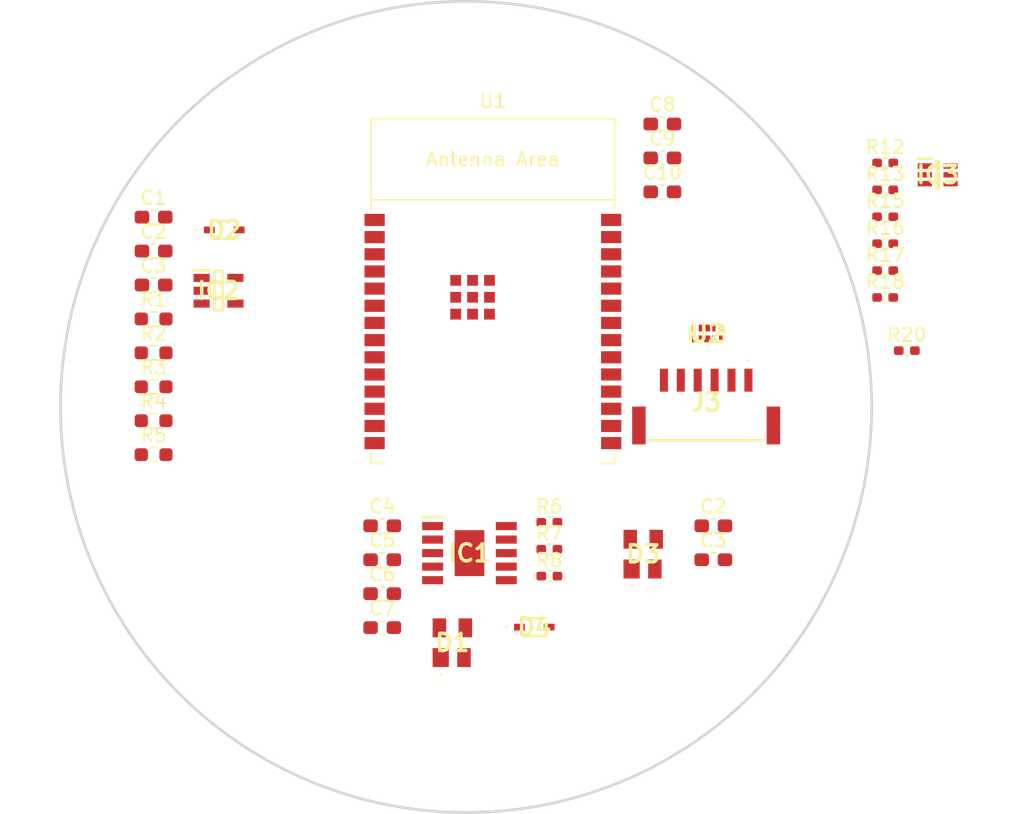
<source format=kicad_pcb>
(kicad_pcb (version 20241229) (generator "pcbnew") (generator_version "9.0")
  (layers (0 "F.Cu" signal) (4 "In1.Cu" signal) (6 "In2.Cu" signal) (2 "B.Cu" signal) (13 "F.Paste" user) (15 "B.Paste" user) (5 "F.SilkS" user "F.Silkscreen") (7 "B.SilkS" user "B.Silkscreen") (1 "F.Mask" user) (3 "B.Mask" user) (25 "Edge.Cuts" user))
  (net 0 "")
  (net 1 "GNDA")
  (net 2 "Net-(C1-Pad1)")
  (net 3 "+3V3")
  (net 4 "Net-(D2-K)")
  (net 5 "Net-(IC2-IN-)")
  (net 6 "Net-(IC2-IN+)")
  (net 7 "/0-10V Driver/VCC")
  (net 8 "GND")
  (net 9 "GNDA_2")
  (net 10 "Net-(D1-I{slash}O_1)")
  (net 11 "Net-(IC1-V5V)")
  (net 12 "/MCU/CHIP_PU")
  (net 17 "Net-(IC1-A2)")
  (net 19 "Net-(IC1-VOUT0)")
  (net 20 "Net-(IC1-A0)")
  (net 21 "Net-(IC1-A1)")
  (net 22 "/0-10V Driver/SDA")
  (net 25 "/MCU/GPIO3")
  (net 26 "/MCU/GPIO10")
  (net 27 "/MCU/GPIO9")
  (net 28 "/MCU/GPIO19")
  (net 29 "/MCU/GPIO20")
  (net 30 "/MCU/GPIO13")
  (net 31 "/MCU/GPIO5")
  (net 32 "/MCU/UART_RXD")
  (net 33 "/MCU/GPIO4")
  (net 34 "/MCU/GPIO8")
  (net 35 "/MCU/GPIO22")
  (net 36 "/MCU/GPIO11")
  (net 37 "/MCU/GPIO15")
  (net 38 "/MCU/GPIO23")
  (net 39 "/MCU/GPIO12")
  (net 40 "/MCU/UART_TXD")
  (net 41 "/MCU/GPIO0")
  (net 42 "/MCU/GPIO2")
  (net 43 "/MCU/GPIO18")
  (net 44 "/MCU/GPIO1")
  (net 45 "/MCU/GPIO21")
  (net 46 "Net-(IC3-B1)")
  (net 47 "/MCU/RTS")
  (net 48 "/MCU/DTR")
  (net 49 "Net-(IC3-B2)")
  (net 50 "Net-(U2-N{slash}C_3)")
  (net 51 "Net-(U2-N{slash}C_2)")
  (net 52 "Net-(U2-N{slash}C_1)")
  (net 53 "Net-(U2-N{slash}C_4)")
  (net 54 "Net-(U2-I{slash}O_4)")
  (net 55 "Net-(U2-I{slash}O_3)")
  (net 56 "Net-(U2-I{slash}O_2)")
  (net 57 "Net-(U2-I{slash}O_1)")
  (net 58 "/0-10V Driver/SCL")
  (footprint "Capacitor_SMD:C_0603_1608Metric_Pad1.08x0.95mm_HandSolder" (layer "F.Cu") (at 129.0287 89.1748)
    (property "Reference" "C6" (at 0 -1.43 0) (layer "F.SilkS"))
    (property "Value" "1uF 50V X7R ±10% 0603")
    (fp_line (start -0.146267 -0.51) (end 0.146267 -0.51) (stroke (width 0.12)) (layer "F.SilkS"))
    (fp_line (start -0.146267 0.51) (end 0.146267 0.51) (stroke (width 0.12)) (layer "F.SilkS"))
    (pad "1" smd roundrect (at -0.8625 0) (size 1.075 0.95) (layers "F.Cu" "F.Mask" "F.Paste") (net 11 "Net-(IC1-V5V)"))
    (pad "2" smd roundrect (at 0.8625 0) (size 1.075 0.95) (layers "F.Cu" "F.Mask" "F.Paste") (net 8 "GND"))
  )
  (footprint "Resistor_SMD:R_0402_1005Metric_Pad0.72x0.64mm_HandSolder" (layer "F.Cu") (at 141.3887 83.8948)
    (property "Reference" "R6" (at 0 -1.17 0) (layer "F.SilkS"))
    (property "Value" "0R 5% 0402 1/16W")
    (fp_line (start -0.167621 -0.38) (end 0.167621 -0.38) (stroke (width 0.12)) (layer "F.SilkS"))
    (fp_line (start -0.167621 0.38) (end 0.167621 0.38) (stroke (width 0.12)) (layer "F.SilkS"))
    (pad "1" smd roundrect (at -0.5975 0) (size 0.715 0.64) (layers "F.Cu" "F.Mask" "F.Paste") (net 8 "GND"))
    (pad "2" smd roundrect (at 0.5975 0) (size 0.715 0.64) (layers "F.Cu" "F.Mask" "F.Paste") (net 20 "Net-(IC1-A0)"))
  )
  (footprint "Capacitor_SMD:C_0603_1608Metric_Pad1.08x0.95mm_HandSolder" (layer "F.Cu") (at 153.5187 86.6648)
    (property "Reference" "C3" (at 0 -1.43 0) (layer "F.SilkS"))
    (property "Value" "1uF 50V X7R ±10% 0603")
    (fp_line (start -0.146267 -0.51) (end 0.146267 -0.51) (stroke (width 0.12)) (layer "F.SilkS"))
    (fp_line (start -0.146267 0.51) (end 0.146267 0.51) (stroke (width 0.12)) (layer "F.SilkS"))
    (pad "1" smd roundrect (at -0.8625 0) (size 1.075 0.95) (layers "F.Cu" "F.Mask" "F.Paste") (net 1 "GNDA"))
    (pad "2" smd roundrect (at 0.8625 0) (size 1.075 0.95) (layers "F.Cu" "F.Mask" "F.Paste") (net 3 "+3V3"))
  )
  (footprint "Resistor_SMD:R_0402_1005Metric_Pad0.72x0.64mm_HandSolder" (layer "F.Cu") (at 167.8299 71.1962)
    (property "Reference" "R20" (at 0 -1.17 0) (layer "F.SilkS"))
    (property "Value" "100R 1% 0402 1/16W")
    (fp_line (start -0.167621 -0.38) (end 0.167621 -0.38) (stroke (width 0.12)) (layer "F.SilkS"))
    (fp_line (start -0.167621 0.38) (end 0.167621 0.38) (stroke (width 0.12)) (layer "F.SilkS"))
    (pad "1" smd roundrect (at -0.5975 0) (size 0.715 0.64) (layers "F.Cu" "F.Mask" "F.Paste"))
    (pad "2" smd roundrect (at 0.5975 0) (size 0.715 0.64) (layers "F.Cu" "F.Mask" "F.Paste"))
  )
  (footprint "Capacitor_SMD:C_0603_1608Metric_Pad1.08x0.95mm_HandSolder" (layer "F.Cu") (at 149.7487 59.4548)
    (property "Reference" "C10" (at 0 -1.43 0) (layer "F.SilkS"))
    (property "Value" "1uF 50V X7R ±10% 0603")
    (fp_line (start -0.146267 -0.51) (end 0.146267 -0.51) (stroke (width 0.12)) (layer "F.SilkS"))
    (fp_line (start -0.146267 0.51) (end 0.146267 0.51) (stroke (width 0.12)) (layer "F.SilkS"))
    (pad "1" smd roundrect (at -0.8625 0) (size 1.075 0.95) (layers "F.Cu" "F.Mask" "F.Paste") (net 8 "GND"))
    (pad "2" smd roundrect (at 0.8625 0) (size 1.075 0.95) (layers "F.Cu" "F.Mask" "F.Paste") (net 12 "/MCU/CHIP_PU"))
  )
  (footprint "Resistor_SMD:R_0402_1005Metric_Pad0.72x0.64mm_HandSolder" (layer "F.Cu") (at 166.2284 67.2654)
    (property "Reference" "R18" (at 0 -1.17 0) (layer "F.SilkS"))
    (property "Value" "100R 1% 0402 1/16W")
    (fp_line (start -0.167621 -0.38) (end 0.167621 -0.38) (stroke (width 0.12)) (layer "F.SilkS"))
    (fp_line (start -0.167621 0.38) (end 0.167621 0.38) (stroke (width 0.12)) (layer "F.SilkS"))
    (pad "1" smd roundrect (at -0.5975 0) (size 0.715 0.64) (layers "F.Cu" "F.Mask" "F.Paste") (net 40 "/MCU/UART_TXD"))
    (pad "2" smd roundrect (at 0.5975 0) (size 0.715 0.64) (layers "F.Cu" "F.Mask" "F.Paste") (net 57 "Net-(U2-I{slash}O_1)"))
  )
  (footprint "Capacitor_SMD:C_0603_1608Metric_Pad1.08x0.95mm_HandSolder" (layer "F.Cu") (at 112.1175 66.3424)
    (property "Reference" "C3" (at 0 -1.43 0) (layer "F.SilkS"))
    (property "Value" "16V 1uF X7R ±5% 0603")
    (fp_line (start -0.146267 -0.51) (end 0.146267 -0.51) (stroke (width 0.12)) (layer "F.SilkS"))
    (fp_line (start -0.146267 0.51) (end 0.146267 0.51) (stroke (width 0.12)) (layer "F.SilkS"))
    (pad "1" smd roundrect (at -0.8625 0) (size 1.075 0.95) (layers "F.Cu" "F.Mask" "F.Paste") (net 3 "+3V3"))
    (pad "2" smd roundrect (at 0.8625 0) (size 1.075 0.95) (layers "F.Cu" "F.Mask" "F.Paste") (net 1 "GNDA"))
  )
  (footprint "Capacitor_SMD:C_0603_1608Metric_Pad1.08x0.95mm_HandSolder" (layer "F.Cu") (at 112.1175 61.3224)
    (property "Reference" "C1" (at 0 -1.43 0) (layer "F.SilkS"))
    (property "Value" "X7R 10 nF, 0603, 50 V, ±5%")
    (fp_line (start -0.146267 -0.51) (end 0.146267 -0.51) (stroke (width 0.12)) (layer "F.SilkS"))
    (fp_line (start -0.146267 0.51) (end 0.146267 0.51) (stroke (width 0.12)) (layer "F.SilkS"))
    (pad "1" smd roundrect (at -0.8625 0) (size 1.075 0.95) (layers "F.Cu" "F.Mask" "F.Paste") (net 2 "Net-(C1-Pad1)"))
    (pad "2" smd roundrect (at 0.8625 0) (size 1.075 0.95) (layers "F.Cu" "F.Mask" "F.Paste") (net 1 "GNDA"))
  )
  (footprint "Resistor_SMD:R_0402_1005Metric_Pad0.72x0.64mm_HandSolder" (layer "F.Cu") (at 166.2284 63.2854)
    (property "Reference" "R16" (at 0 -1.17 0) (layer "F.SilkS"))
    (property "Value" "100R 1% 0402 1/16W")
    (fp_line (start -0.167621 -0.38) (end 0.167621 -0.38) (stroke (width 0.12)) (layer "F.SilkS"))
    (fp_line (start -0.167621 0.38) (end 0.167621 0.38) (stroke (width 0.12)) (layer "F.SilkS"))
    (pad "1" smd roundrect (at -0.5975 0) (size 0.715 0.64) (layers "F.Cu" "F.Mask" "F.Paste") (net 48 "/MCU/DTR"))
    (pad "2" smd roundrect (at 0.5975 0) (size 0.715 0.64) (layers "F.Cu" "F.Mask" "F.Paste") (net 55 "Net-(U2-I{slash}O_3)"))
  )
  (footprint "Capacitor_SMD:C_0603_1608Metric_Pad1.08x0.95mm_HandSolder" (layer "F.Cu") (at 153.5187 84.1548)
    (property "Reference" "C2" (at 0 -1.43 0) (layer "F.SilkS"))
    (property "Value" "100nF 50V X7R ±5% 0603")
    (fp_line (start -0.146267 -0.51) (end 0.146267 -0.51) (stroke (width 0.12)) (layer "F.SilkS"))
    (fp_line (start -0.146267 0.51) (end 0.146267 0.51) (stroke (width 0.12)) (layer "F.SilkS"))
    (pad "1" smd roundrect (at -0.8625 0) (size 1.075 0.95) (layers "F.Cu" "F.Mask" "F.Paste") (net 3 "+3V3"))
    (pad "2" smd roundrect (at 0.8625 0) (size 1.075 0.95) (layers "F.Cu" "F.Mask" "F.Paste") (net 1 "GNDA"))
  )
  (footprint "SamacSys_Parts:SOT95P280X145-5N" (layer "F.Cu") (at 116.9175 66.7674)
    (property "Reference" "IC2" (at 0 0 0) (layer "F.SilkS") (effects (font (size 1.27 1.27) (thickness 0.254))))
    (property "Value" "TLV9061IDBVR" (hide yes))
    (fp_line (start -1.85 -1.5) (end -0.65 -1.5) (stroke (width 0.2)) (layer "F.SilkS"))
    (fp_line (start -0.3 -1.45) (end 0.3 -1.45) (stroke (width 0.2)) (layer "F.SilkS"))
    (fp_line (start -0.3 1.45) (end -0.3 -1.45) (stroke (width 0.2)) (layer "F.SilkS"))
    (fp_line (start 0.3 -1.45) (end 0.3 1.45) (stroke (width 0.2)) (layer "F.SilkS"))
    (fp_line (start 0.3 1.45) (end -0.3 1.45) (stroke (width 0.2)) (layer "F.SilkS"))
    (pad "1" smd rect (at -1.25 -0.95 90) (size 0.6 1.2) (layers "F.Cu" "F.Mask" "F.Paste") (net 5 "Net-(IC2-IN-)"))
    (pad "2" smd rect (at -1.25 0 90) (size 0.6 1.2) (layers "F.Cu" "F.Mask" "F.Paste") (net 1 "GNDA"))
    (pad "3" smd rect (at -1.25 0.95 90) (size 0.6 1.2) (layers "F.Cu" "F.Mask" "F.Paste") (net 6 "Net-(IC2-IN+)"))
    (pad "4" smd rect (at 1.25 0.95 90) (size 0.6 1.2) (layers "F.Cu" "F.Mask" "F.Paste") (net 5 "Net-(IC2-IN-)"))
    (pad "5" smd rect (at 1.25 -0.95 90) (size 0.6 1.2) (layers "F.Cu" "F.Mask" "F.Paste") (net 3 "+3V3"))
  )
  (footprint "Capacitor_SMD:C_0603_1608Metric_Pad1.08x0.95mm_HandSolder" (layer "F.Cu") (at 149.7487 56.9448)
    (property "Reference" "C9" (at 0 -1.43 0) (layer "F.SilkS"))
    (property "Value" "100nF 50V X7R ±5% 0603")
    (fp_line (start -0.146267 -0.51) (end 0.146267 -0.51) (stroke (width 0.12)) (layer "F.SilkS"))
    (fp_line (start -0.146267 0.51) (end 0.146267 0.51) (stroke (width 0.12)) (layer "F.SilkS"))
    (pad "1" smd roundrect (at -0.8625 0) (size 1.075 0.95) (layers "F.Cu" "F.Mask" "F.Paste") (net 3 "+3V3"))
    (pad "2" smd roundrect (at 0.8625 0) (size 1.075 0.95) (layers "F.Cu" "F.Mask" "F.Paste") (net 8 "GND"))
  )
  (footprint "SamacSys_Parts:UDFN10_CASE_517BB" (layer "F.Cu") (at 153.0604 69.9262 180)
    (property "Reference" "U2" (at 0 0 180) (layer "F.SilkS") (effects (font (size 1.27 1.27) (thickness 0.254))))
    (property "Value" "ESD7004MUTAG" (hide yes))
    (fp_line (start 1.25 -0.5) (end 1.25 0.5) (stroke (width 0.2)) (layer "F.SilkS"))
    (fp_line (start -1.25 -0.5) (end -1.25 0.5) (stroke (width 0.2)) (layer "F.SilkS"))
    (pad "1" smd rect (at -1 0.4 180) (size 0.25 0.5) (layers "F.Cu" "F.Mask" "F.Paste") (net 57 "Net-(U2-I{slash}O_1)"))
    (pad "2" smd rect (at -0.5 0.4 180) (size 0.25 0.5) (layers "F.Cu" "F.Mask" "F.Paste") (net 56 "Net-(U2-I{slash}O_2)"))
    (pad "3" smd rect (at 0 0.4 180) (size 0.45 0.5) (layers "F.Cu" "F.Mask" "F.Paste") (net 8 "GND"))
    (pad "4" smd rect (at 0.5 0.4 180) (size 0.25 0.5) (layers "F.Cu" "F.Mask" "F.Paste") (net 55 "Net-(U2-I{slash}O_3)"))
    (pad "5" smd rect (at 1 0.4 180) (size 0.25 0.5) (layers "F.Cu" "F.Mask" "F.Paste") (net 54 "Net-(U2-I{slash}O_4)"))
    (pad "6" smd rect (at 1 -0.4 180) (size 0.25 0.5) (layers "F.Cu" "F.Mask" "F.Paste") (net 52 "Net-(U2-N{slash}C_1)"))
    (pad "7" smd rect (at 0.5 -0.4 180) (size 0.25 0.5) (layers "F.Cu" "F.Mask" "F.Paste") (net 51 "Net-(U2-N{slash}C_2)"))
    (pad "8" smd rect (at 0 -0.4 180) (size 0.45 0.5) (layers "F.Cu" "F.Mask" "F.Paste") (net 8 "GND"))
    (pad "9" smd rect (at -0.5 -0.4 180) (size 0.25 0.5) (layers "F.Cu" "F.Mask" "F.Paste") (net 50 "Net-(U2-N{slash}C_3)"))
    (pad "10" smd rect (at -1 -0.4 180) (size 0.25 0.5) (layers "F.Cu" "F.Mask" "F.Paste") (net 53 "Net-(U2-N{slash}C_4)"))
  )
  (footprint "SamacSys_Parts:SOT65P210X110-6N" (layer "F.Cu") (at 170.1134 58.1954)
    (property "Reference" "IC3" (at 0 0 0) (layer "F.SilkS") (effects (font (size 1.27 1.27) (thickness 0.254))))
    (property "Value" "BC847BDW1T1G" (hide yes))
    (fp_line (start -1.475 -1.2) (end -0.425 -1.2) (stroke (width 0.2)) (layer "F.SilkS"))
    (fp_line (start -0.075 -1) (end 0.075 -1) (stroke (width 0.2)) (layer "F.SilkS"))
    (fp_line (start -0.075 1) (end -0.075 -1) (stroke (width 0.2)) (layer "F.SilkS"))
    (fp_line (start 0.075 -1) (end 0.075 1) (stroke (width 0.2)) (layer "F.SilkS"))
    (fp_line (start 0.075 1) (end -0.075 1) (stroke (width 0.2)) (layer "F.SilkS"))
    (pad "1" smd rect (at -0.95 -0.65 90) (size 0.4 1.05) (layers "F.Cu" "F.Mask" "F.Paste") (net 48 "/MCU/DTR"))
    (pad "2" smd rect (at -0.95 0 90) (size 0.4 1.05) (layers "F.Cu" "F.Mask" "F.Paste") (net 49 "Net-(IC3-B2)"))
    (pad "3" smd rect (at -0.95 0.65 90) (size 0.4 1.05) (layers "F.Cu" "F.Mask" "F.Paste") (net 12 "/MCU/CHIP_PU"))
    (pad "4" smd rect (at 0.95 0.65 90) (size 0.4 1.05) (layers "F.Cu" "F.Mask" "F.Paste") (net 47 "/MCU/RTS"))
    (pad "5" smd rect (at 0.95 0 90) (size 0.4 1.05) (layers "F.Cu" "F.Mask" "F.Paste") (net 46 "Net-(IC3-B1)"))
    (pad "6" smd rect (at 0.95 -0.65 90) (size 0.4 1.05) (layers "F.Cu" "F.Mask" "F.Paste") (net 27 "/MCU/GPIO9"))
  )
  (footprint "SamacSys_Parts:BM06BGHSTBTLFSN" (layer "F.Cu") (at 152.9876 75.6084)
    (property "Reference" "J3" (at 0 -0.587 0) (layer "F.SilkS") (effects (font (size 1.27 1.27) (thickness 0.254))))
    (property "Value" "BM06B-GHS-TBT_LF__SN_" (hide yes))
    (fp_line (start -4.2 2.225) (end 4.2 2.225) (stroke (width 0.2)) (layer "F.SilkS"))
    (fp_line (start 3.125 -3.7) (end 3.125 -3.7) (stroke (width 0.1)) (layer "F.SilkS"))
    (fp_line (start 3.125 -3.6) (end 3.125 -3.6) (stroke (width 0.1)) (layer "F.SilkS"))
    (fp_arc (start 3.125 -3.7) (mid 3.175 -3.65) (end 3.125 -3.6) (stroke (width 0.1)) (layer "F.SilkS"))
    (fp_arc (start 3.125 -3.6) (mid 3.075 -3.65) (end 3.125 -3.7) (stroke (width 0.1)) (layer "F.SilkS"))
    (pad "1" smd rect (at 3.125 -2.225) (size 0.6 1.7) (layers "F.Cu" "F.Mask" "F.Paste") (net 8 "GND"))
    (pad "2" smd rect (at 1.875 -2.225) (size 0.6 1.7) (layers "F.Cu" "F.Mask" "F.Paste") (net 53 "Net-(U2-N{slash}C_4)"))
    (pad "3" smd rect (at 0.625 -2.225) (size 0.6 1.7) (layers "F.Cu" "F.Mask" "F.Paste") (net 50 "Net-(U2-N{slash}C_3)"))
    (pad "4" smd rect (at -0.625 -2.225) (size 0.6 1.7) (layers "F.Cu" "F.Mask" "F.Paste") (net 51 "Net-(U2-N{slash}C_2)"))
    (pad "5" smd rect (at -1.875 -2.225) (size 0.6 1.7) (layers "F.Cu" "F.Mask" "F.Paste") (net 52 "Net-(U2-N{slash}C_1)"))
    (pad "6" smd rect (at -3.125 -2.225) (size 0.6 1.7) (layers "F.Cu" "F.Mask" "F.Paste"))
    (pad "MP1" smd rect (at 4.975 1.125) (size 1 2.8) (layers "F.Cu" "F.Mask" "F.Paste") (net 8 "GND"))
    (pad "MP2" smd rect (at -4.975 1.125) (size 1 2.8) (layers "F.Cu" "F.Mask" "F.Paste") (net 8 "GND"))
  )
  (footprint "Capacitor_SMD:C_0603_1608Metric_Pad1.08x0.95mm_HandSolder" (layer "F.Cu") (at 129.0287 91.6848)
    (property "Reference" "C7" (at 0 -1.43 0) (layer "F.SilkS"))
    (property "Value" "100nF 50V X7R ±5% 0603")
    (fp_line (start -0.146267 -0.51) (end 0.146267 -0.51) (stroke (width 0.12)) (layer "F.SilkS"))
    (fp_line (start -0.146267 0.51) (end 0.146267 0.51) (stroke (width 0.12)) (layer "F.SilkS"))
    (pad "1" smd roundrect (at -0.8625 0) (size 1.075 0.95) (layers "F.Cu" "F.Mask" "F.Paste") (net 7 "/0-10V Driver/VCC"))
    (pad "2" smd roundrect (at 0.8625 0) (size 1.075 0.95) (layers "F.Cu" "F.Mask" "F.Paste") (net 8 "GND"))
  )
  (footprint "Resistor_SMD:R_0402_1005Metric_Pad0.72x0.64mm_HandSolder" (layer "F.Cu") (at 166.2284 57.3154)
    (property "Reference" "R12" (at 0 -1.17 0) (layer "F.SilkS"))
    (property "Value" "10K 1% 0402 1/16W")
    (fp_line (start -0.167621 -0.38) (end 0.167621 -0.38) (stroke (width 0.12)) (layer "F.SilkS"))
    (fp_line (start -0.167621 0.38) (end 0.167621 0.38) (stroke (width 0.12)) (layer "F.SilkS"))
    (pad "1" smd roundrect (at -0.5975 0) (size 0.715 0.64) (layers "F.Cu" "F.Mask" "F.Paste") (net 49 "Net-(IC3-B2)"))
    (pad "2" smd roundrect (at 0.5975 0) (size 0.715 0.64) (layers "F.Cu" "F.Mask" "F.Paste") (net 47 "/MCU/RTS"))
  )
  (footprint "Resistor_SMD:R_0402_1005Metric_Pad0.72x0.64mm_HandSolder" (layer "F.Cu") (at 141.3887 85.8848)
    (property "Reference" "R7" (at 0 -1.17 0) (layer "F.SilkS"))
    (property "Value" "0R 5% 0402 1/16W")
    (fp_line (start -0.167621 -0.38) (end 0.167621 -0.38) (stroke (width 0.12)) (layer "F.SilkS"))
    (fp_line (start -0.167621 0.38) (end 0.167621 0.38) (stroke (width 0.12)) (layer "F.SilkS"))
    (pad "1" smd roundrect (at -0.5975 0) (size 0.715 0.64) (layers "F.Cu" "F.Mask" "F.Paste") (net 8 "GND"))
    (pad "2" smd roundrect (at 0.5975 0) (size 0.715 0.64) (layers "F.Cu" "F.Mask" "F.Paste") (net 21 "Net-(IC1-A1)"))
  )
  (footprint "Capacitor_SMD:C_0603_1608Metric_Pad1.08x0.95mm_HandSolder" (layer "F.Cu") (at 129.0287 84.1548)
    (property "Reference" "C4" (at 0 -1.43 0) (layer "F.SilkS"))
    (property "Value" "1uF 50V X7R ±10% 0603")
    (fp_line (start -0.146267 -0.51) (end 0.146267 -0.51) (stroke (width 0.12)) (layer "F.SilkS"))
    (fp_line (start -0.146267 0.51) (end 0.146267 0.51) (stroke (width 0.12)) (layer "F.SilkS"))
    (pad "1" smd roundrect (at -0.8625 0) (size 1.075 0.95) (layers "F.Cu" "F.Mask" "F.Paste") (net 8 "GND"))
    (pad "2" smd roundrect (at 0.8625 0) (size 1.075 0.95) (layers "F.Cu" "F.Mask" "F.Paste") (net 7 "/0-10V Driver/VCC"))
  )
  (footprint "Resistor_SMD:R_0402_1005Metric_Pad0.72x0.64mm_HandSolder" (layer "F.Cu") (at 166.2284 59.3054)
    (property "Reference" "R13" (at 0 -1.17 0) (layer "F.SilkS"))
    (property "Value" "10K 1% 0402 1/16W")
    (fp_line (start -0.167621 -0.38) (end 0.167621 -0.38) (stroke (width 0.12)) (layer "F.SilkS"))
    (fp_line (start -0.167621 0.38) (end 0.167621 0.38) (stroke (width 0.12)) (layer "F.SilkS"))
    (pad "1" smd roundrect (at -0.5975 0) (size 0.715 0.64) (layers "F.Cu" "F.Mask" "F.Paste") (net 48 "/MCU/DTR"))
    (pad "2" smd roundrect (at 0.5975 0) (size 0.715 0.64) (layers "F.Cu" "F.Mask" "F.Paste") (net 46 "Net-(IC3-B1)"))
  )
  (footprint "Capacitor_SMD:C_0603_1608Metric_Pad1.08x0.95mm_HandSolder" (layer "F.Cu") (at 129.0287 86.6648)
    (property "Reference" "C5" (at 0 -1.43 0) (layer "F.SilkS"))
    (property "Value" "100nF 50V X7R ±5% 0603")
    (fp_line (start -0.146267 -0.51) (end 0.146267 -0.51) (stroke (width 0.12)) (layer "F.SilkS"))
    (fp_line (start -0.146267 0.51) (end 0.146267 0.51) (stroke (width 0.12)) (layer "F.SilkS"))
    (pad "1" smd roundrect (at -0.8625 0) (size 1.075 0.95) (layers "F.Cu" "F.Mask" "F.Paste") (net 10 "Net-(D1-I{slash}O_1)"))
    (pad "2" smd roundrect (at 0.8625 0) (size 1.075 0.95) (layers "F.Cu" "F.Mask" "F.Paste") (net 9 "GNDA_2"))
  )
  (footprint "SamacSys_Parts:SR70" (layer "F.Cu") (at 148.3337 86.2498)
    (property "Reference" "D3" (at 0 0 0) (layer "F.SilkS") (effects (font (size 1.27 1.27) (thickness 0.254))))
    (property "Value" "SR70" (hide yes))
    (fp_line (start -0.86 2.3) (end -0.86 2.3) (stroke (width 0.1)) (layer "F.SilkS"))
    (fp_line (start -0.86 2.4) (end -0.86 2.4) (stroke (width 0.1)) (layer "F.SilkS"))
    (fp_arc (start -0.86 2.3) (mid -0.81 2.35) (end -0.86 2.4) (stroke (width 0.1)) (layer "F.SilkS"))
    (fp_arc (start -0.86 2.4) (mid -0.91 2.35) (end -0.86 2.3) (stroke (width 0.1)) (layer "F.SilkS"))
    (pad "1" smd rect (at -0.86 1.1) (size 1.2 1.4) (layers "F.Cu" "F.Mask" "F.Paste") (net 8 "GND"))
    (pad "2" smd rect (at 0.86 1.1) (size 1 1.4) (layers "F.Cu" "F.Mask" "F.Paste") (net 4 "Net-(D2-K)"))
    (pad "3" smd rect (at 0.96 -1.1) (size 1 1.4) (layers "F.Cu" "F.Mask" "F.Paste"))
    (pad "4" smd rect (at -0.96 -1.1) (size 1 1.4) (layers "F.Cu" "F.Mask" "F.Paste"))
  )
  (footprint "Resistor_SMD:R_0603_1608Metric_Pad0.98x0.95mm_HandSolder" (layer "F.Cu") (at 112.1175 78.8924)
    (property "Reference" "R5" (at 0 -1.43 0) (layer "F.SilkS"))
    (property "Value" "1M 0603 0.1% 0.1W")
    (fp_line (start -0.254724 -0.5225) (end 0.254724 -0.5225) (stroke (width 0.12)) (layer "F.SilkS"))
    (fp_line (start -0.254724 0.5225) (end 0.254724 0.5225) (stroke (width 0.12)) (layer "F.SilkS"))
    (pad "1" smd roundrect (at -0.9125 0) (size 0.975 0.95) (layers "F.Cu" "F.Mask" "F.Paste") (net 3 "+3V3"))
    (pad "2" smd roundrect (at 0.9125 0) (size 0.975 0.95) (layers "F.Cu" "F.Mask" "F.Paste") (net 44 "/MCU/GPIO1"))
  )
  (footprint "Resistor_SMD:R_0402_1005Metric_Pad0.72x0.64mm_HandSolder" (layer "F.Cu") (at 141.3887 87.8748)
    (property "Reference" "R8" (at 0 -1.17 0) (layer "F.SilkS"))
    (property "Value" "0R 5% 0402 1/16W")
    (fp_line (start -0.167621 -0.38) (end 0.167621 -0.38) (stroke (width 0.12)) (layer "F.SilkS"))
    (fp_line (start -0.167621 0.38) (end 0.167621 0.38) (stroke (width 0.12)) (layer "F.SilkS"))
    (pad "1" smd roundrect (at -0.5975 0) (size 0.715 0.64) (layers "F.Cu" "F.Mask" "F.Paste") (net 17 "Net-(IC1-A2)"))
    (pad "2" smd roundrect (at 0.5975 0) (size 0.715 0.64) (layers "F.Cu" "F.Mask" "F.Paste") (net 8 "GND"))
  )
  (footprint "Capacitor_SMD:C_0603_1608Metric_Pad1.08x0.95mm_HandSolder" (layer "F.Cu") (at 112.1175 63.8324)
    (property "Reference" "C2" (at 0 -1.43 0) (layer "F.SilkS"))
    (property "Value" "100nF 16V X7R ±5% 0603")
    (fp_line (start -0.146267 -0.51) (end 0.146267 -0.51) (stroke (width 0.12)) (layer "F.SilkS"))
    (fp_line (start -0.146267 0.51) (end 0.146267 0.51) (stroke (width 0.12)) (layer "F.SilkS"))
    (pad "1" smd roundrect (at -0.8625 0) (size 1.075 0.95) (layers "F.Cu" "F.Mask" "F.Paste") (net 3 "+3V3"))
    (pad "2" smd roundrect (at 0.8625 0) (size 1.075 0.95) (layers "F.Cu" "F.Mask" "F.Paste") (net 1 "GNDA"))
  )
  (footprint "Resistor_SMD:R_0402_1005Metric_Pad0.72x0.64mm_HandSolder" (layer "F.Cu") (at 166.2284 65.2754)
    (property "Reference" "R17" (at 0 -1.17 0) (layer "F.SilkS"))
    (property "Value" "100R 1% 0402 1/16W")
    (fp_line (start -0.167621 -0.38) (end 0.167621 -0.38) (stroke (width 0.12)) (layer "F.SilkS"))
    (fp_line (start -0.167621 0.38) (end 0.167621 0.38) (stroke (width 0.12)) (layer "F.SilkS"))
    (pad "1" smd roundrect (at -0.5975 0) (size 0.715 0.64) (layers "F.Cu" "F.Mask" "F.Paste") (net 32 "/MCU/UART_RXD"))
    (pad "2" smd roundrect (at 0.5975 0) (size 0.715 0.64) (layers "F.Cu" "F.Mask" "F.Paste") (net 56 "Net-(U2-I{slash}O_2)"))
  )
  (footprint "PCM_Espressif:ESP32-C6-WROOM-1" (layer "F.Cu") (at 137.2137 69.7898)
    (property "Reference" "U1" (at 0 -17.05 0) (layer "F.SilkS"))
    (property "Value" "ESP32-C6-WROOM-1-N8")
    (fp_line (start -9 -15.75) (end -9 -9) (stroke (width 0.12)) (layer "F.SilkS"))
    (fp_line (start -9 -15.75) (end 9 -15.75) (stroke (width 0.12)) (layer "F.SilkS"))
    (fp_line (start -9 9) (end -9 9.75) (stroke (width 0.12)) (layer "F.SilkS"))
    (fp_line (start -9 9.75) (end -8 9.75) (stroke (width 0.12)) (layer "F.SilkS"))
    (fp_line (start 9 -15.75) (end 9 -9) (stroke (width 0.12)) (layer "F.SilkS"))
    (fp_line (start 9 -9.75) (end -9 -9.75) (stroke (width 0.12)) (layer "F.SilkS"))
    (fp_line (start 9 9) (end 9 9.75) (stroke (width 0.12)) (layer "F.SilkS"))
    (fp_line (start 9 9.75) (end 8 9.75) (stroke (width 0.12)) (layer "F.SilkS"))
    (fp_text user "Antenna Area" (at 0 -12.75 0) (layer "F.SilkS"))
    (pad "1" smd rect (at -8.75 -8.26) (size 1.5 0.9) (layers "F.Cu" "F.Mask" "F.Paste") (net 8 "GND"))
    (pad "2" smd rect (at -8.75 -6.99) (size 1.5 0.9) (layers "F.Cu" "F.Mask" "F.Paste") (net 3 "+3V3"))
    (pad "3" smd rect (at -8.75 -5.72) (size 1.5 0.9) (layers "F.Cu" "F.Mask" "F.Paste") (net 12 "/MCU/CHIP_PU"))
    (pad "4" smd rect (at -8.75 -4.45) (size 1.5 0.9) (layers "F.Cu" "F.Mask" "F.Paste") (net 33 "/MCU/GPIO4"))
    (pad "5" smd rect (at -8.75 -3.18) (size 1.5 0.9) (layers "F.Cu" "F.Mask" "F.Paste") (net 31 "/MCU/GPIO5"))
    (pad "6" smd rect (at -8.75 -1.91) (size 1.5 0.9) (layers "F.Cu" "F.Mask" "F.Paste") (net 22 "/0-10V Driver/SDA"))
    (pad "7" smd rect (at -8.75 -0.64) (size 1.5 0.9) (layers "F.Cu" "F.Mask" "F.Paste") (net 58 "/0-10V Driver/SCL"))
    (pad "8" smd rect (at -8.75 0.63) (size 1.5 0.9) (layers "F.Cu" "F.Mask" "F.Paste") (net 41 "/MCU/GPIO0"))
    (pad "9" smd rect (at -8.75 1.9) (size 1.5 0.9) (layers "F.Cu" "F.Mask" "F.Paste") (net 44 "/MCU/GPIO1"))
    (pad "10" smd rect (at -8.75 3.17) (size 1.5 0.9) (layers "F.Cu" "F.Mask" "F.Paste") (net 34 "/MCU/GPIO8"))
    (pad "11" smd rect (at -8.75 4.44) (size 1.5 0.9) (layers "F.Cu" "F.Mask" "F.Paste") (net 26 "/MCU/GPIO10"))
    (pad "12" smd rect (at -8.75 5.71) (size 1.5 0.9) (layers "F.Cu" "F.Mask" "F.Paste") (net 36 "/MCU/GPIO11"))
    (pad "13" smd rect (at -8.75 6.98) (size 1.5 0.9) (layers "F.Cu" "F.Mask" "F.Paste") (net 39 "/MCU/GPIO12"))
    (pad "14" smd rect (at -8.75 8.25) (size 1.5 0.9) (layers "F.Cu" "F.Mask" "F.Paste") (net 30 "/MCU/GPIO13"))
    (pad "15" smd rect (at 8.75 8.25 180) (size 1.5 0.9) (layers "F.Cu" "F.Mask" "F.Paste") (net 27 "/MCU/GPIO9"))
    (pad "16" smd rect (at 8.75 6.98 180) (size 1.5 0.9) (layers "F.Cu" "F.Mask" "F.Paste") (net 43 "/MCU/GPIO18"))
    (pad "17" smd rect (at 8.75 5.71 180) (size 1.5 0.9) (layers "F.Cu" "F.Mask" "F.Paste") (net 28 "/MCU/GPIO19"))
    (pad "18" smd rect (at 8.75 4.44 180) (size 1.5 0.9) (layers "F.Cu" "F.Mask" "F.Paste") (net 29 "/MCU/GPIO20"))
    (pad "19" smd rect (at 8.75 3.17 180) (size 1.5 0.9) (layers "F.Cu" "F.Mask" "F.Paste") (net 45 "/MCU/GPIO21"))
    (pad "20" smd rect (at 8.75 1.9 180) (size 1.5 0.9) (layers "F.Cu" "F.Mask" "F.Paste") (net 35 "/MCU/GPIO22"))
    (pad "21" smd rect (at 8.75 0.63 180) (size 1.5 0.9) (layers "F.Cu" "F.Mask" "F.Paste") (net 38 "/MCU/GPIO23"))
    (pad "22" smd rect (at 8.75 -0.64 180) (size 1.5 0.9) (layers "F.Cu" "F.Mask" "F.Paste"))
    (pad "23" smd rect (at 8.75 -1.91 180) (size 1.5 0.9) (layers "F.Cu" "F.Mask" "F.Paste") (net 37 "/MCU/GPIO15"))
    (pad "24" smd rect (at 8.75 -3.18 180) (size 1.5 0.9) (layers "F.Cu" "F.Mask" "F.Paste") (net 32 "/MCU/UART_RXD"))
    (pad "25" smd rect (at 8.75 -4.45 180) (size 1.5 0.9) (layers "F.Cu" "F.Mask" "F.Paste") (net 40 "/MCU/UART_TXD"))
    (pad "26" smd rect (at 8.75 -5.72 180) (size 1.5 0.9) (layers "F.Cu" "F.Mask" "F.Paste") (net 25 "/MCU/GPIO3"))
    (pad "27" smd rect (at 8.75 -6.99 180) (size 1.5 0.9) (layers "F.Cu" "F.Mask" "F.Paste") (net 42 "/MCU/GPIO2"))
    (pad "28" smd rect (at 8.75 -8.26 180) (size 1.5 0.9) (layers "F.Cu" "F.Mask" "F.Paste") (net 8 "GND"))
    (pad "29" smd rect (at -2.755 -3.79 180) (size 0.8 0.8) (layers "F.Cu" "F.Mask" "F.Paste") (net 8 "GND"))
    (pad "29" smd rect (at -2.755 -2.54 180) (size 0.8 0.8) (layers "F.Cu" "F.Mask" "F.Paste") (net 8 "GND"))
    (pad "29" smd rect (at -2.755 -1.29 180) (size 0.8 0.8) (layers "F.Cu" "F.Mask" "F.Paste") (net 8 "GND"))
    (pad "29" smd rect (at -1.505 -3.79 180) (size 0.8 0.8) (layers "F.Cu" "F.Mask" "F.Paste") (net 8 "GND"))
    (pad "29" smd rect (at -1.505 -2.54 180) (size 0.8 0.8) (layers "F.Cu" "F.Mask" "F.Paste") (net 8 "GND"))
    (pad "29" smd rect (at -1.505 -1.29 180) (size 0.8 0.8) (layers "F.Cu" "F.Mask" "F.Paste") (net 8 "GND"))
    (pad "29" smd rect (at -0.255 -3.79 180) (size 0.8 0.8) (layers "F.Cu" "F.Mask" "F.Paste") (net 8 "GND"))
    (pad "29" smd rect (at -0.255 -2.54 180) (size 0.8 0.8) (layers "F.Cu" "F.Mask" "F.Paste") (net 8 "GND"))
    (pad "29" smd rect (at -0.255 -1.29 180) (size 0.8 0.8) (layers "F.Cu" "F.Mask" "F.Paste") (net 8 "GND"))
  )
  (footprint "Resistor_SMD:R_0402_1005Metric_Pad0.72x0.64mm_HandSolder" (layer "F.Cu") (at 166.2284 61.2954)
    (property "Reference" "R15" (at 0 -1.17 0) (layer "F.SilkS"))
    (property "Value" "100R 1% 0402 1/16W")
    (fp_line (start -0.167621 -0.38) (end 0.167621 -0.38) (stroke (width 0.12)) (layer "F.SilkS"))
    (fp_line (start -0.167621 0.38) (end 0.167621 0.38) (stroke (width 0.12)) (layer "F.SilkS"))
    (pad "1" smd roundrect (at -0.5975 0) (size 0.715 0.64) (layers "F.Cu" "F.Mask" "F.Paste") (net 47 "/MCU/RTS"))
    (pad "2" smd roundrect (at 0.5975 0) (size 0.715 0.64) (layers "F.Cu" "F.Mask" "F.Paste") (net 54 "Net-(U2-I{slash}O_4)"))
  )
  (footprint "Resistor_SMD:R_0603_1608Metric_Pad0.98x0.95mm_HandSolder" (layer "F.Cu") (at 112.1175 71.3624)
    (property "Reference" "R2" (at 0 -1.43 0) (layer "F.SilkS"))
    (property "Value" "100k 0603 0.1% 0.1W")
    (fp_line (start -0.254724 -0.5225) (end 0.254724 -0.5225) (stroke (width 0.12)) (layer "F.SilkS"))
    (fp_line (start -0.254724 0.5225) (end 0.254724 0.5225) (stroke (width 0.12)) (layer "F.SilkS"))
    (pad "1" smd roundrect (at -0.9125 0) (size 0.975 0.95) (layers "F.Cu" "F.Mask" "F.Paste") (net 1 "GNDA"))
    (pad "2" smd roundrect (at 0.9125 0) (size 0.975 0.95) (layers "F.Cu" "F.Mask" "F.Paste") (net 6 "Net-(IC2-IN+)"))
  )
  (footprint "Resistor_SMD:R_0603_1608Metric_Pad0.98x0.95mm_HandSolder" (layer "F.Cu") (at 112.1175 68.8524)
    (property "Reference" "R1" (at 0 -1.43 0) (layer "F.SilkS"))
    (property "Value" "100k 0603 0.1% 0.1W")
    (fp_line (start -0.254724 -0.5225) (end 0.254724 -0.5225) (stroke (width 0.12)) (layer "F.SilkS"))
    (fp_line (start -0.254724 0.5225) (end 0.254724 0.5225) (stroke (width 0.12)) (layer "F.SilkS"))
    (pad "1" smd roundrect (at -0.9125 0) (size 0.975 0.95) (layers "F.Cu" "F.Mask" "F.Paste") (net 4 "Net-(D2-K)"))
    (pad "2" smd roundrect (at 0.9125 0) (size 0.975 0.95) (layers "F.Cu" "F.Mask" "F.Paste") (net 2 "Net-(C1-Pad1)"))
  )
  (footprint "SamacSys_Parts:SOP100P600X165-11N" (layer "F.Cu") (at 135.4787 86.1748)
    (property "Reference" "IC1" (at 0 0 0) (layer "F.SilkS") (effects (font (size 1.27 1.27) (thickness 0.254))))
    (property "Value" "GP8403-TC50-EW" (hide yes))
    (fp_line (start -3.5 -2.65) (end -1.95 -2.65) (stroke (width 0.2)) (layer "F.SilkS"))
    (pad "1" smd rect (at -2.725 -2 90) (size 0.6 1.55) (layers "F.Cu" "F.Mask" "F.Paste") (net 58 "/0-10V Driver/SCL"))
    (pad "2" smd rect (at -2.725 -1 90) (size 0.6 1.55) (layers "F.Cu" "F.Mask" "F.Paste") (net 22 "/0-10V Driver/SDA"))
    (pad "3" smd rect (at -2.725 0 90) (size 0.6 1.55) (layers "F.Cu" "F.Mask" "F.Paste") (net 20 "Net-(IC1-A0)"))
    (pad "4" smd rect (at -2.725 1 90) (size 0.6 1.55) (layers "F.Cu" "F.Mask" "F.Paste") (net 21 "Net-(IC1-A1)"))
    (pad "5" smd rect (at -2.725 2 90) (size 0.6 1.55) (layers "F.Cu" "F.Mask" "F.Paste") (net 7 "/0-10V Driver/VCC"))
    (pad "6" smd rect (at 2.725 2 90) (size 0.6 1.55) (layers "F.Cu" "F.Mask" "F.Paste") (net 9 "GNDA_2"))
    (pad "7" smd rect (at 2.725 1 90) (size 0.6 1.55) (layers "F.Cu" "F.Mask" "F.Paste"))
    (pad "8" smd rect (at 2.725 0 90) (size 0.6 1.55) (layers "F.Cu" "F.Mask" "F.Paste") (net 19 "Net-(IC1-VOUT0)"))
    (pad "9" smd rect (at 2.725 -1 90) (size 0.6 1.55) (layers "F.Cu" "F.Mask" "F.Paste") (net 17 "Net-(IC1-A2)"))
    (pad "10" smd rect (at 2.725 -2 90) (size 0.6 1.55) (layers "F.Cu" "F.Mask" "F.Paste") (net 11 "Net-(IC1-V5V)"))
    (pad "11" smd rect (at 0 0) (size 2.2 3.4) (layers "F.Cu" "F.Mask" "F.Paste") (net 8 "GND"))
  )
  (footprint "SamacSys_Parts:CDSOD323T15" (layer "F.Cu") (at 140.2737 91.6498)
    (property "Reference" "D4" (at 0 0 0) (layer "F.SilkS") (effects (font (size 1.27 1.27) (thickness 0.254))))
    (property "Value" "CDSOD323-T15" (hide yes))
    (fp_line (start -2.1 0) (end -2.1 0) (stroke (width 0.1)) (layer "F.SilkS"))
    (fp_line (start -2 0) (end -2 0) (stroke (width 0.1)) (layer "F.SilkS"))
    (fp_line (start -0.8 -0.65) (end 0.8 -0.65) (stroke (width 0.2)) (layer "F.SilkS"))
    (fp_line (start -0.8 0.65) (end 0.8 0.65) (stroke (width 0.2)) (layer "F.SilkS"))
    (fp_arc (start -2.1 0) (mid -2.05 -0.05) (end -2 0) (stroke (width 0.1)) (layer "F.SilkS"))
    (fp_arc (start -2 0) (mid -2.05 0.05) (end -2.1 0) (stroke (width 0.1)) (layer "F.SilkS"))
    (pad "1" smd rect (at -1.1 0 90) (size 0.5 0.8) (layers "F.Cu" "F.Mask" "F.Paste") (net 10 "Net-(D1-I{slash}O_1)"))
    (pad "2" smd rect (at 1.1 0 90) (size 0.5 0.8) (layers "F.Cu" "F.Mask" "F.Paste") (net 8 "GND"))
  )
  (footprint "Resistor_SMD:R_0603_1608Metric_Pad0.98x0.95mm_HandSolder" (layer "F.Cu") (at 112.1175 76.3824)
    (property "Reference" "R4" (at 0 -1.43 0) (layer "F.SilkS"))
    (property "Value" "47R 0603 5% 0.1W")
    (fp_line (start -0.254724 -0.5225) (end 0.254724 -0.5225) (stroke (width 0.12)) (layer "F.SilkS"))
    (fp_line (start -0.254724 0.5225) (end 0.254724 0.5225) (stroke (width 0.12)) (layer "F.SilkS"))
    (pad "1" smd roundrect (at -0.9125 0) (size 0.975 0.95) (layers "F.Cu" "F.Mask" "F.Paste") (net 44 "/MCU/GPIO1"))
    (pad "2" smd roundrect (at 0.9125 0) (size 0.975 0.95) (layers "F.Cu" "F.Mask" "F.Paste") (net 5 "Net-(IC2-IN-)"))
  )
  (footprint "Capacitor_SMD:C_0603_1608Metric_Pad1.08x0.95mm_HandSolder" (layer "F.Cu") (at 149.7487 54.4348)
    (property "Reference" "C8" (at 0 -1.43 0) (layer "F.SilkS"))
    (property "Value" "10uF 25V X5R ±20% 0603")
    (fp_line (start -0.146267 -0.51) (end 0.146267 -0.51) (stroke (width 0.12)) (layer "F.SilkS"))
    (fp_line (start -0.146267 0.51) (end 0.146267 0.51) (stroke (width 0.12)) (layer "F.SilkS"))
    (pad "1" smd roundrect (at -0.8625 0) (size 1.075 0.95) (layers "F.Cu" "F.Mask" "F.Paste") (net 3 "+3V3"))
    (pad "2" smd roundrect (at 0.8625 0) (size 1.075 0.95) (layers "F.Cu" "F.Mask" "F.Paste") (net 8 "GND"))
  )
  (footprint "SamacSys_Parts:SR70" (layer "F.Cu") (at 134.2137 92.7998)
    (property "Reference" "D1" (at 0 0 0) (layer "F.SilkS") (effects (font (size 1.27 1.27) (thickness 0.254))))
    (property "Value" "SR70" (hide yes))
    (fp_line (start -0.86 2.3) (end -0.86 2.3) (stroke (width 0.1)) (layer "F.SilkS"))
    (fp_line (start -0.86 2.4) (end -0.86 2.4) (stroke (width 0.1)) (layer "F.SilkS"))
    (fp_arc (start -0.86 2.3) (mid -0.81 2.35) (end -0.86 2.4) (stroke (width 0.1)) (layer "F.SilkS"))
    (fp_arc (start -0.86 2.4) (mid -0.91 2.35) (end -0.86 2.3) (stroke (width 0.1)) (layer "F.SilkS"))
    (pad "1" smd rect (at -0.86 1.1) (size 1.2 1.4) (layers "F.Cu" "F.Mask" "F.Paste") (net 8 "GND"))
    (pad "2" smd rect (at 0.86 1.1) (size 1 1.4) (layers "F.Cu" "F.Mask" "F.Paste") (net 10 "Net-(D1-I{slash}O_1)"))
    (pad "3" smd rect (at 0.96 -1.1) (size 1 1.4) (layers "F.Cu" "F.Mask" "F.Paste"))
    (pad "4" smd rect (at -0.96 -1.1) (size 1 1.4) (layers "F.Cu" "F.Mask" "F.Paste"))
  )
  (footprint "Resistor_SMD:R_0603_1608Metric_Pad0.98x0.95mm_HandSolder" (layer "F.Cu") (at 112.1175 73.8724)
    (property "Reference" "R3" (at 0 -1.43 0) (layer "F.SilkS"))
    (property "Value" "143k 0603 0.1% 0.1W")
    (fp_line (start -0.254724 -0.5225) (end 0.254724 -0.5225) (stroke (width 0.12)) (layer "F.SilkS"))
    (fp_line (start -0.254724 0.5225) (end 0.254724 0.5225) (stroke (width 0.12)) (layer "F.SilkS"))
    (pad "1" smd roundrect (at -0.9125 0) (size 0.975 0.95) (layers "F.Cu" "F.Mask" "F.Paste") (net 6 "Net-(IC2-IN+)"))
    (pad "2" smd roundrect (at 0.9125 0) (size 0.975 0.95) (layers "F.Cu" "F.Mask" "F.Paste") (net 2 "Net-(C1-Pad1)"))
  )
  (footprint "SamacSys_Parts:CDSOD323T15" (layer "F.Cu") (at 117.3425 62.2674)
    (property "Reference" "D2" (at 0 0 0) (layer "F.SilkS") (effects (font (size 1.27 1.27) (thickness 0.254))))
    (property "Value" "CDSOD323-T15" (hide yes))
    (fp_line (start -2.1 0) (end -2.1 0) (stroke (width 0.1)) (layer "F.SilkS"))
    (fp_line (start -2 0) (end -2 0) (stroke (width 0.1)) (layer "F.SilkS"))
    (fp_line (start -0.8 -0.65) (end 0.8 -0.65) (stroke (width 0.2)) (layer "F.SilkS"))
    (fp_line (start -0.8 0.65) (end 0.8 0.65) (stroke (width 0.2)) (layer "F.SilkS"))
    (fp_arc (start -2.1 0) (mid -2.05 -0.05) (end -2 0) (stroke (width 0.1)) (layer "F.SilkS"))
    (fp_arc (start -2 0) (mid -2.05 0.05) (end -2.1 0) (stroke (width 0.1)) (layer "F.SilkS"))
    (pad "1" smd rect (at -1.1 0 90) (size 0.5 0.8) (layers "F.Cu" "F.Mask" "F.Paste") (net 4 "Net-(D2-K)"))
    (pad "2" smd rect (at 1.1 0 90) (size 0.5 0.8) (layers "F.Cu" "F.Mask" "F.Paste") (net 8 "GND"))
  )
  (gr_circle (center 135.2296 75.3618) (end 165.2296 75.3618) (stroke (width 0.2)) (fill no) (layer "Edge.Cuts"))
)
</source>
